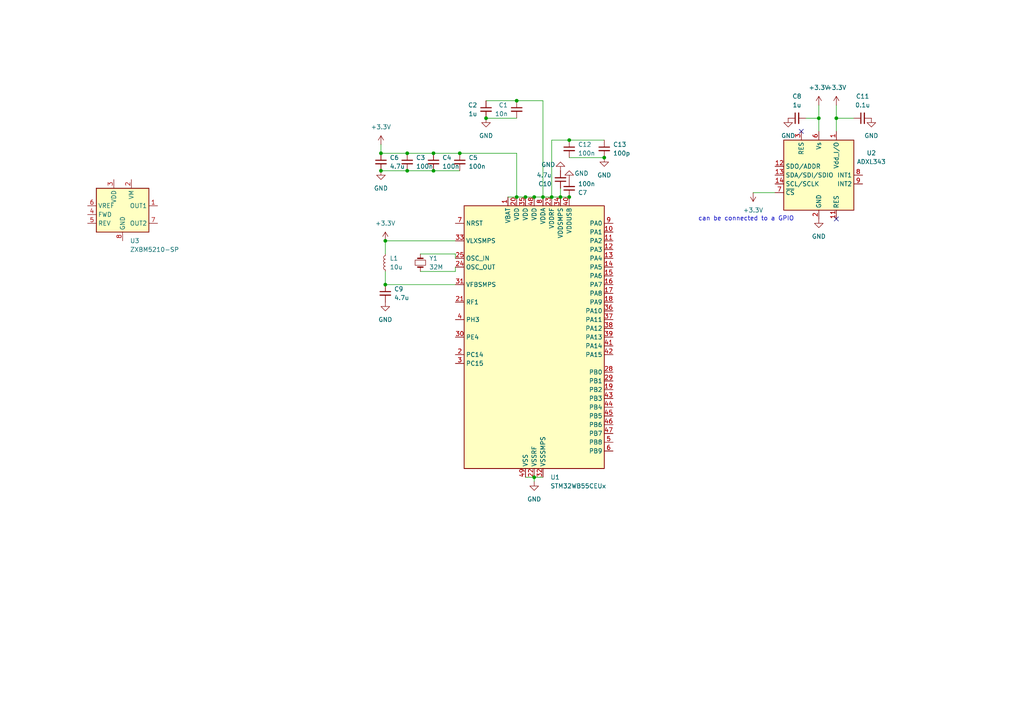
<source format=kicad_sch>
(kicad_sch (version 20250114) (generator "eeschema") (generator_version "9.0")
  (paper "A4")
  (lib_symbols
    (symbol "Device:C_Small" (pin_numbers (hide yes)) (pin_names (offset 0.254) (hide yes))
      (property "Reference" "C" (at 0.254 1.778 0))
      (property "Value" "C_Small" (at 0.254 -2.032 0))
      (symbol "C_Small_0_1"
        (polyline (pts (xy -1.524 0.508) (xy 1.524 0.508)) (stroke (width 0.3048)))
        (polyline (pts (xy -1.524 -0.508) (xy 1.524 -0.508)) (stroke (width 0.3302)))
      )
      (symbol "C_Small_1_1"
        (pin passive line (at 0 2.54 270) (length 2.032) (name "~") (number "1"))
        (pin passive line (at 0 -2.54 90) (length 2.032) (name "~") (number "2"))
      )
    )
    (symbol "Device:Crystal_Small" (pin_numbers (hide yes)) (pin_names (offset 1.016) (hide yes))
      (property "Reference" "Y" (at 0 2.54 0))
      (property "Value" "Crystal_Small" (at 0 -2.54 0))
      (symbol "Crystal_Small_0_1"
        (polyline (pts (xy -1.27 -0.762) (xy -1.27 0.762)) (stroke (width 0.381)))
        (rectangle (start -0.762 -1.524) (end 0.762 1.524))
        (polyline (pts (xy 1.27 -0.762) (xy 1.27 0.762)) (stroke (width 0.381)))
      )
      (symbol "Crystal_Small_1_1"
        (pin passive line (at -2.54 0 0) (length 1.27) (name "1") (number "1"))
        (pin passive line (at 2.54 0 180) (length 1.27) (name "2") (number "2"))
      )
    )
    (symbol "Device:L_Small" (pin_numbers (hide yes)) (pin_names (offset 0.254) (hide yes))
      (property "Reference" "L" (at 0.762 1.016 0))
      (property "Value" "L_Small" (at 0.762 -1.016 0))
      (symbol "L_Small_0_1"
        (arc (start 0 2.032) (mid 0.5058 1.524) (end 0 1.016))
        (arc (start 0 1.016) (mid 0.5058 0.508) (end 0 0))
        (arc (start 0 0) (mid 0.5058 -0.508) (end 0 -1.016))
        (arc (start 0 -1.016) (mid 0.5058 -1.524) (end 0 -2.032))
      )
      (symbol "L_Small_1_1"
        (pin passive line (at 0 2.54 270) (length 0.508) (name "~") (number "1"))
        (pin passive line (at 0 -2.54 90) (length 0.508) (name "~") (number "2"))
      )
    )
    (symbol "Driver_Motor:ZXBM5210-SP"
      (property "Reference" "U" (at -7.62 8.89 0))
      (property "Value" "ZXBM5210-SP" (at 10.16 8.89 0))
      (symbol "ZXBM5210-SP_0_0"
        (pin input line (at -10.16 2.54 0) (length 2.54) (name "VREF") (number "6"))
        (pin input line (at -10.16 0 0) (length 2.54) (name "FWD") (number "4"))
        (pin input line (at -10.16 -2.54 0) (length 2.54) (name "REV") (number "5"))
        (pin power_in line (at -2.54 10.16 270) (length 2.54) (name "VDD") (number "3"))
        (pin power_in line (at 0 -7.62 90) (length 2.54) (name "GND") (number "8"))
        (pin passive line (at 0 -7.62 90) (length 2.54) (hide yes) (name "GND") (number "9"))
        (pin power_in line (at 2.54 10.16 270) (length 2.54) (name "VM") (number "2"))
        (pin output line (at 10.16 2.54 180) (length 2.54) (name "OUT1") (number "1"))
        (pin output line (at 10.16 -2.54 180) (length 2.54) (name "OUT2") (number "7"))
      )
      (symbol "ZXBM5210-SP_0_1"
        (rectangle (start -7.62 7.62) (end 7.62 -5.08) (stroke (width 0.254)) (fill (type background)))
      )
    )
    (symbol "MCU_ST_STM32WB:STM32WB55CEUx"
      (property "Reference" "U" (at -20.32 39.37 0))
      (property "Value" "STM32WB55CEUx" (at 12.7 39.37 0))
      (symbol "STM32WB55CEUx_0_1"
        (rectangle (start -20.32 -38.1) (end 20.32 38.1) (stroke (width 0.254)) (fill (type background)))
      )
      (symbol "STM32WB55CEUx_1_1"
        (pin input line (at -22.86 33.02 0) (length 2.54) (name "NRST") (number "7"))
        (pin power_in line (at -22.86 27.94 0) (length 2.54) (name "VLXSMPS") (number "33"))
        (pin input line (at -22.86 22.86 0) (length 2.54) (name "OSC_IN") (number "25"))
        (pin input line (at -22.86 20.32 0) (length 2.54) (name "OSC_OUT") (number "24"))
        (pin input line (at -22.86 15.24 0) (length 2.54) (name "VFBSMPS") (number "31"))
        (pin bidirectional line (at -22.86 10.16 0) (length 2.54) (name "RF1") (number "21"))
        (pin bidirectional line (at -22.86 5.08 0) (length 2.54) (name "PH3") (number "4"))
        (pin bidirectional line (at -22.86 0 0) (length 2.54) (name "PE4") (number "30"))
        (pin bidirectional line (at -22.86 -5.08 0) (length 2.54) (name "PC14") (number "2"))
        (pin bidirectional line (at -22.86 -7.62 0) (length 2.54) (name "PC15") (number "3"))
        (pin no_connect line (at -20.32 -35.56 0) (length 2.54) (hide yes) (name "AT1") (number "27"))
        (pin no_connect line (at -20.32 -38.1 0) (length 2.54) (hide yes) (name "AT0") (number "26"))
        (pin power_in line (at -7.62 40.64 270) (length 2.54) (name "VBAT") (number "1"))
        (pin power_in line (at -5.08 40.64 270) (length 2.54) (name "VDD") (number "20"))
        (pin power_in line (at -2.54 40.64 270) (length 2.54) (name "VDD") (number "35"))
        (pin power_in line (at -2.54 -40.64 90) (length 2.54) (name "VSS") (number "49"))
        (pin power_in line (at 0 40.64 270) (length 2.54) (name "VDD") (number "48"))
        (pin power_in line (at 0 -40.64 90) (length 2.54) (name "VSSRF") (number "22"))
        (pin power_in line (at 2.54 40.64 270) (length 2.54) (name "VDDA") (number "8"))
        (pin power_in line (at 2.54 -40.64 90) (length 2.54) (name "VSSSMPS") (number "32"))
        (pin power_in line (at 5.08 40.64 270) (length 2.54) (name "VDDRF") (number "23"))
        (pin power_in line (at 7.62 40.64 270) (length 2.54) (name "VDDSMPS") (number "34"))
        (pin power_in line (at 10.16 40.64 270) (length 2.54) (name "VDDUSB") (number "40"))
        (pin bidirectional line (at 22.86 33.02 180) (length 2.54) (name "PA0") (number "9"))
        (pin bidirectional line (at 22.86 30.48 180) (length 2.54) (name "PA1") (number "10"))
        (pin bidirectional line (at 22.86 27.94 180) (length 2.54) (name "PA2") (number "11"))
        (pin bidirectional line (at 22.86 25.4 180) (length 2.54) (name "PA3") (number "12"))
        (pin bidirectional line (at 22.86 22.86 180) (length 2.54) (name "PA4") (number "13"))
        (pin bidirectional line (at 22.86 20.32 180) (length 2.54) (name "PA5") (number "14"))
        (pin bidirectional line (at 22.86 17.78 180) (length 2.54) (name "PA6") (number "15"))
        (pin bidirectional line (at 22.86 15.24 180) (length 2.54) (name "PA7") (number "16"))
        (pin bidirectional line (at 22.86 12.7 180) (length 2.54) (name "PA8") (number "17"))
        (pin bidirectional line (at 22.86 10.16 180) (length 2.54) (name "PA9") (number "18"))
        (pin bidirectional line (at 22.86 7.62 180) (length 2.54) (name "PA10") (number "36"))
        (pin bidirectional line (at 22.86 5.08 180) (length 2.54) (name "PA11") (number "37"))
        (pin bidirectional line (at 22.86 2.54 180) (length 2.54) (name "PA12") (number "38"))
        (pin bidirectional line (at 22.86 0 180) (length 2.54) (name "PA13") (number "39"))
        (pin bidirectional line (at 22.86 -2.54 180) (length 2.54) (name "PA14") (number "41"))
        (pin bidirectional line (at 22.86 -5.08 180) (length 2.54) (name "PA15") (number "42"))
        (pin bidirectional line (at 22.86 -10.16 180) (length 2.54) (name "PB0") (number "28"))
        (pin bidirectional line (at 22.86 -12.7 180) (length 2.54) (name "PB1") (number "29"))
        (pin bidirectional line (at 22.86 -15.24 180) (length 2.54) (name "PB2") (number "19"))
        (pin bidirectional line (at 22.86 -17.78 180) (length 2.54) (name "PB3") (number "43"))
        (pin bidirectional line (at 22.86 -20.32 180) (length 2.54) (name "PB4") (number "44"))
        (pin bidirectional line (at 22.86 -22.86 180) (length 2.54) (name "PB5") (number "45"))
        (pin bidirectional line (at 22.86 -25.4 180) (length 2.54) (name "PB6") (number "46"))
        (pin bidirectional line (at 22.86 -27.94 180) (length 2.54) (name "PB7") (number "47"))
        (pin bidirectional line (at 22.86 -30.48 180) (length 2.54) (name "PB8") (number "5"))
        (pin bidirectional line (at 22.86 -33.02 180) (length 2.54) (name "PB9") (number "6"))
      )
    )
    (symbol "Sensor_Motion:ADXL343"
      (property "Reference" "U" (at -8.89 11.43 0))
      (property "Value" "ADXL343" (at -7.62 -11.43 0))
      (symbol "ADXL343_0_1"
        (rectangle (start -10.16 10.16) (end 10.16 -10.16) (stroke (width 0.254)) (fill (type background)))
      )
      (symbol "ADXL343_1_1"
        (pin bidirectional line (at -12.7 2.54 0) (length 2.54) (name "SDO/ADDR") (number "12"))
        (pin bidirectional line (at -12.7 0 0) (length 2.54) (name "SDA/SDI/SDIO") (number "13"))
        (pin input line (at -12.7 -2.54 0) (length 2.54) (name "SCL/SCLK") (number "14"))
        (pin input line (at -12.7 -5.08 0) (length 2.54) (name "~{CS}") (number "7"))
        (pin passive line (at -5.08 12.7 270) (length 2.54) (name "RES") (number "3"))
        (pin no_connect line (at -5.08 -10.16 90) (length 2.54) (hide yes) (name "NC") (number "10"))
        (pin power_in line (at 0 12.7 270) (length 2.54) (name "Vs") (number "6"))
        (pin power_in line (at 0 -12.7 90) (length 2.54) (name "GND") (number "2"))
        (pin passive line (at 0 -12.7 90) (length 2.54) (hide yes) (name "GND") (number "4"))
        (pin passive line (at 0 -12.7 90) (length 2.54) (hide yes) (name "GND") (number "5"))
        (pin power_in line (at 5.08 12.7 270) (length 2.54) (name "Vdd_I/O") (number "1"))
        (pin passive line (at 5.08 -12.7 90) (length 2.54) (name "RES") (number "11"))
        (pin output line (at 12.7 0 180) (length 2.54) (name "INT1") (number "8"))
        (pin output line (at 12.7 -2.54 180) (length 2.54) (name "INT2") (number "9"))
      )
    )
    (symbol "power:+3.3V" (power) (pin_numbers (hide yes)) (pin_names (offset 0) (hide yes))
      (property "Value" "+3.3V" (at 0 3.556 0))
      (symbol "+3.3V_0_1"
        (polyline (pts (xy -0.762 1.27) (xy 0 2.54)))
        (polyline (pts (xy 0 2.54) (xy 0.762 1.27)))
        (polyline (pts (xy 0 0) (xy 0 2.54)))
      )
      (symbol "+3.3V_1_1"
        (pin power_in line (at 0 0 90) (length 0) (name "~") (number "1"))
      )
    )
    (symbol "power:GND" (power) (pin_numbers (hide yes)) (pin_names (offset 0) (hide yes))
      (property "Value" "GND" (at 0 -3.81 0))
      (symbol "GND_0_1"
        (polyline (pts (xy 0 0) (xy 0 -1.27) (xy 1.27 -1.27) (xy 0 -2.54) (xy -1.27 -1.27) (xy 0 -1.27)))
      )
      (symbol "GND_1_1"
        (pin power_in line (at 0 0 270) (length 0) (name "~") (number "1"))
      )
    )
  )
  (text "can be connected to a GPIO\n" (at 216.408 63.5 0) (effects (font (size 1.27 1.27))))
  (junction (at 237.49 34.29))
  (junction (at 157.48 57.15))
  (junction (at 149.86 29.21))
  (junction (at 140.97 34.29))
  (junction (at 165.1 57.15))
  (junction (at 110.49 44.45))
  (junction (at 242.57 34.29))
  (junction (at 154.94 138.43))
  (junction (at 118.11 44.45))
  (junction (at 165.1 40.64))
  (junction (at 175.26 45.72))
  (junction (at 160.02 57.15))
  (junction (at 118.11 49.53))
  (junction (at 125.73 49.53))
  (junction (at 111.76 82.55))
  (junction (at 162.56 57.15))
  (junction (at 110.49 49.53))
  (junction (at 125.73 44.45))
  (junction (at 154.94 57.15))
  (junction (at 111.76 69.85))
  (junction (at 133.35 44.45))
  (junction (at 152.4 57.15))
  (junction (at 149.86 57.15))
  (no_connect (at 242.57 63.5))
  (no_connect (at 232.41 38.1))
  (wire (pts (xy 149.86 29.21) (xy 140.97 29.21)))
  (wire (pts (xy 132.08 74.93) (xy 132.08 73.66)))
  (wire (pts (xy 165.1 45.72) (xy 175.26 45.72)))
  (wire (pts (xy 121.92 78.74) (xy 132.08 78.74)))
  (wire (pts (xy 152.4 138.43) (xy 154.94 138.43)))
  (wire (pts (xy 125.73 44.45) (xy 133.35 44.45)))
  (wire (pts (xy 110.49 41.91) (xy 110.49 44.45)))
  (wire (pts (xy 242.57 34.29) (xy 242.57 38.1)))
  (wire (pts (xy 125.73 49.53) (xy 133.35 49.53)))
  (wire (pts (xy 157.48 29.21) (xy 149.86 29.21)))
  (wire (pts (xy 160.02 57.15) (xy 162.56 57.15)))
  (wire (pts (xy 121.92 73.66) (xy 132.08 73.66)))
  (wire (pts (xy 149.86 34.29) (xy 140.97 34.29)))
  (wire (pts (xy 149.86 44.45) (xy 133.35 44.45)))
  (wire (pts (xy 160.02 40.64) (xy 160.02 57.15)))
  (wire (pts (xy 162.56 54.61) (xy 162.56 57.15)))
  (wire (pts (xy 149.86 57.15) (xy 149.86 44.45)))
  (wire (pts (xy 165.1 40.64) (xy 175.26 40.64)))
  (wire (pts (xy 218.44 55.88) (xy 224.79 55.88)))
  (wire (pts (xy 162.56 57.15) (xy 165.1 57.15)))
  (wire (pts (xy 152.4 57.15) (xy 154.94 57.15)))
  (wire (pts (xy 118.11 44.45) (xy 125.73 44.45)))
  (wire (pts (xy 111.76 78.74) (xy 111.76 82.55)))
  (wire (pts (xy 154.94 139.7) (xy 154.94 138.43)))
  (wire (pts (xy 237.49 30.48) (xy 237.49 34.29)))
  (wire (pts (xy 233.68 34.29) (xy 237.49 34.29)))
  (wire (pts (xy 237.49 34.29) (xy 237.49 38.1)))
  (wire (pts (xy 118.11 49.53) (xy 125.73 49.53)))
  (wire (pts (xy 147.32 57.15) (xy 149.86 57.15)))
  (wire (pts (xy 242.57 30.48) (xy 242.57 34.29)))
  (wire (pts (xy 111.76 69.85) (xy 132.08 69.85)))
  (wire (pts (xy 160.02 40.64) (xy 165.1 40.64)))
  (wire (pts (xy 132.08 77.47) (xy 132.08 78.74)))
  (wire (pts (xy 154.94 138.43) (xy 157.48 138.43)))
  (wire (pts (xy 157.48 57.15) (xy 160.02 57.15)))
  (wire (pts (xy 154.94 57.15) (xy 157.48 57.15)))
  (wire (pts (xy 111.76 82.55) (xy 132.08 82.55)))
  (wire (pts (xy 110.49 44.45) (xy 118.11 44.45)))
  (wire (pts (xy 242.57 34.29) (xy 247.65 34.29)))
  (wire (pts (xy 110.49 49.53) (xy 118.11 49.53)))
  (wire (pts (xy 111.76 69.85) (xy 111.76 73.66)))
  (wire (pts (xy 149.86 57.15) (xy 152.4 57.15)))
  (wire (pts (xy 157.48 29.21) (xy 157.48 57.15)))
  (symbol (lib_id "Device:C_Small") (at 118.11 46.99 0) (unit 1)
    (property "Reference" "C3" (at 120.65 45.7262 0) (effects (justify left)))
    (property "Value" "100n" (at 120.65 48.2662 0) (effects (justify left)))
    (property "Description" "Unpolarized capacitor, small symbol" (effects (hide yes)))
  )
  (symbol (lib_id "power:GND") (at 162.56 49.53 180) (unit 1)
    (property "Reference" "#PWR08" (effects (hide yes)))
    (property "Value" "GND" (at 159.004 47.752 0))
    (property "Description" "Power symbol creates a global label with name \"GND\" , ground" (effects (hide yes)))
  )
  (symbol (lib_id "Device:C_Small") (at 165.1 54.61 0) (mirror x) (unit 1)
    (property "Reference" "C7" (at 167.64 55.8738 0) (effects (justify left)))
    (property "Value" "100n" (at 167.64 53.3338 0) (effects (justify left)))
    (property "Description" "Unpolarized capacitor, small symbol" (effects (hide yes)))
  )
  (symbol (lib_id "Device:L_Small") (at 111.76 76.2 180) (unit 1)
    (property "Reference" "L1" (at 113.03 74.9299 0) (effects (justify right)))
    (property "Value" "10u" (at 113.03 77.4699 0) (effects (justify right)))
    (property "Description" "Inductor, small symbol" (effects (hide yes)))
  )
  (symbol (lib_id "Device:C_Small") (at 125.73 46.99 0) (unit 1)
    (property "Reference" "C4" (at 128.27 45.7262 0) (effects (justify left)))
    (property "Value" "100n" (at 128.27 48.2662 0) (effects (justify left)))
    (property "Description" "Unpolarized capacitor, small symbol" (effects (hide yes)))
  )
  (symbol (lib_id "Device:C_Small") (at 162.56 52.07 180) (unit 1)
    (property "Reference" "C10" (at 160.02 53.3338 0) (effects (justify left)))
    (property "Value" "4.7u" (at 160.02 50.7938 0) (effects (justify left)))
    (property "Description" "Unpolarized capacitor, small symbol" (effects (hide yes)))
  )
  (symbol (lib_id "MCU_ST_STM32WB:STM32WB55CEUx") (at 154.94 97.79 0) (unit 1)
    (property "Reference" "U1" (at 159.6233 138.43 0) (effects (justify left)))
    (property "Value" "STM32WB55CEUx" (at 159.6233 140.97 0) (effects (justify left)))
    (property "Footprint" "Package_DFN_QFN:QFN-48-1EP_7x7mm_P0.5mm_EP5.6x5.6mm" (effects (hide yes)))
    (property "Datasheet" "https://www.st.com/resource/en/datasheet/stm32wb55ce.pdf" (effects (hide yes)))
    (property "Description" "STMicroelectronics Arm Cortex-M4 MCU, 512KB flash, 256KB RAM, 64 MHz, 1.71-3.6V, 30 GPIO, UFQFPN48" (effects (hide yes)))
  )
  (symbol (lib_id "power:+3.3V") (at 111.76 69.85 0) (unit 1)
    (property "Reference" "#PWR09" (effects (hide yes)))
    (property "Value" "+3.3V" (at 111.76 64.77 0))
    (property "Description" "Power symbol creates a global label with name \"+3.3V\"" (effects (hide yes)))
  )
  (symbol (lib_id "Device:C_Small") (at 149.86 31.75 0) (mirror y) (unit 1)
    (property "Reference" "C1" (at 147.32 30.4862 0) (effects (justify left)))
    (property "Value" "10n" (at 147.32 33.0262 0) (effects (justify left)))
    (property "Description" "Unpolarized capacitor, small symbol" (effects (hide yes)))
  )
  (symbol (lib_id "Driver_Motor:ZXBM5210-SP") (at 35.56 62.23 0) (unit 1)
    (property "Reference" "U3" (at 37.7033 69.85 0) (effects (justify left)))
    (property "Value" "ZXBM5210-SP" (at 37.7033 72.39 0) (effects (justify left)))
    (property "Footprint" "Package_SO:Diodes_SO-8EP" (effects (hide yes)))
    (property "Datasheet" "https://www.diodes.com/assets/Datasheets/ZXBM5210.pdf" (effects (hide yes)))
    (property "Description" "Reversible DC motor drive with speed control, 3-18V, 0.85A, SOIC-8EP" (effects (hide yes)))
  )
  (symbol (lib_id "power:GND") (at 111.76 87.63 0) (unit 1)
    (property "Reference" "#PWR06" (effects (hide yes)))
    (property "Value" "GND" (at 111.76 92.71 0))
    (property "Description" "Power symbol creates a global label with name \"GND\" , ground" (effects (hide yes)))
  )
  (symbol (lib_id "power:GND") (at 252.73 34.29 0) (unit 1)
    (property "Reference" "#PWR013" (effects (hide yes)))
    (property "Value" "GND" (at 252.73 39.37 0))
    (property "Description" "Power symbol creates a global label with name \"GND\" , ground" (effects (hide yes)))
  )
  (symbol (lib_id "Device:C_Small") (at 110.49 46.99 0) (unit 1)
    (property "Reference" "C6" (at 113.03 45.7262 0) (effects (justify left)))
    (property "Value" "4.7u" (at 113.03 48.2662 0) (effects (justify left)))
    (property "Description" "Unpolarized capacitor, small symbol" (effects (hide yes)))
  )
  (symbol (lib_id "power:GND") (at 228.6 34.29 0) (unit 1)
    (property "Reference" "#PWR012" (effects (hide yes)))
    (property "Value" "GND" (at 228.6 39.37 0))
    (property "Description" "Power symbol creates a global label with name \"GND\" , ground" (effects (hide yes)))
  )
  (symbol (lib_id "Device:C_Small") (at 250.19 34.29 90) (mirror x) (unit 1)
    (property "Reference" "C11" (at 250.1963 27.94 90))
    (property "Value" "0.1u" (at 250.1963 30.48 90))
    (property "Description" "Unpolarized capacitor, small symbol" (effects (hide yes)))
  )
  (symbol (lib_id "power:GND") (at 110.49 49.53 0) (unit 1)
    (property "Reference" "#PWR03" (effects (hide yes)))
    (property "Value" "GND" (at 110.49 54.61 0))
    (property "Description" "Power symbol creates a global label with name \"GND\" , ground" (effects (hide yes)))
  )
  (symbol (lib_id "power:GND") (at 237.49 63.5 0) (unit 1)
    (property "Reference" "#PWR010" (effects (hide yes)))
    (property "Value" "GND" (at 237.49 68.58 0))
    (property "Description" "Power symbol creates a global label with name \"GND\" , ground" (effects (hide yes)))
  )
  (symbol (lib_id "Device:C_Small") (at 231.14 34.29 90) (mirror x) (unit 1)
    (property "Reference" "C8" (at 231.1463 27.94 90))
    (property "Value" "1u" (at 231.1463 30.48 90))
    (property "Description" "Unpolarized capacitor, small symbol" (effects (hide yes)))
  )
  (symbol (lib_id "power:GND") (at 154.94 139.7 0) (unit 1)
    (property "Reference" "#PWR07" (effects (hide yes)))
    (property "Value" "GND" (at 154.94 144.78 0))
    (property "Description" "Power symbol creates a global label with name \"GND\" , ground" (effects (hide yes)))
  )
  (symbol (lib_id "Sensor_Motion:ADXL343") (at 237.49 50.8 0) (unit 1)
    (property "Reference" "U2" (at 252.73 44.3798 0))
    (property "Value" "ADXL343" (at 252.73 46.9198 0))
    (property "Footprint" "Package_LGA:LGA-14_3x5mm_P0.8mm_LayoutBorder1x6y" (effects (hide yes)))
    (property "Datasheet" "https://www.analog.com/media/en/technical-documentation/data-sheets/ADXL343.pdf" (effects (hide yes)))
    (property "Description" "3-Axis MEMS Accelerometer, 2/4/8/16g range, I2C/SPI, LGA-14" (effects (hide yes)))
  )
  (symbol (lib_id "Device:C_Small") (at 111.76 85.09 0) (unit 1)
    (property "Reference" "C9" (at 114.3 83.8262 0) (effects (justify left)))
    (property "Value" "4.7u" (at 114.3 86.3662 0) (effects (justify left)))
    (property "Description" "Unpolarized capacitor, small symbol" (effects (hide yes)))
  )
  (symbol (lib_id "power:+3.3V") (at 237.49 30.48 0) (unit 1)
    (property "Reference" "#PWR011" (effects (hide yes)))
    (property "Value" "+3.3V" (at 237.49 25.4 0))
    (property "Description" "Power symbol creates a global label with name \"+3.3V\"" (effects (hide yes)))
  )
  (symbol (lib_id "power:+3.3V") (at 110.49 41.91 0) (unit 1)
    (property "Reference" "#PWR01" (effects (hide yes)))
    (property "Value" "+3.3V" (at 110.49 36.83 0))
    (property "Description" "Power symbol creates a global label with name \"+3.3V\"" (effects (hide yes)))
  )
  (symbol (lib_id "power:+3.3V") (at 242.57 30.48 0) (unit 1)
    (property "Reference" "#PWR014" (effects (hide yes)))
    (property "Value" "+3.3V" (at 242.57 25.4 0))
    (property "Description" "Power symbol creates a global label with name \"+3.3V\"" (effects (hide yes)))
  )
  (symbol (lib_id "power:+3.3V") (at 218.44 55.88 180) (unit 1)
    (property "Reference" "#PWR015" (effects (hide yes)))
    (property "Value" "+3.3V" (at 218.44 60.96 0))
    (property "Description" "Power symbol creates a global label with name \"+3.3V\"" (effects (hide yes)))
  )
  (symbol (lib_id "power:GND") (at 175.26 45.72 0) (unit 1)
    (property "Reference" "#PWR05" (effects (hide yes)))
    (property "Value" "GND" (at 175.26 50.8 0))
    (property "Description" "Power symbol creates a global label with name \"GND\" , ground" (effects (hide yes)))
  )
  (symbol (lib_id "power:GND") (at 165.1 52.07 0) (mirror x) (unit 1)
    (property "Reference" "#PWR04" (effects (hide yes)))
    (property "Value" "GND" (at 168.656 50.292 0))
    (property "Description" "Power symbol creates a global label with name \"GND\" , ground" (effects (hide yes)))
  )
  (symbol (lib_id "Device:C_Small") (at 133.35 46.99 0) (unit 1)
    (property "Reference" "C5" (at 135.89 45.7262 0) (effects (justify left)))
    (property "Value" "100n" (at 135.89 48.2662 0) (effects (justify left)))
    (property "Description" "Unpolarized capacitor, small symbol" (effects (hide yes)))
  )
  (symbol (lib_id "Device:C_Small") (at 140.97 31.75 0) (mirror y) (unit 1)
    (property "Reference" "C2" (at 138.43 30.4862 0) (effects (justify left)))
    (property "Value" "1u" (at 138.43 33.0262 0) (effects (justify left)))
    (property "Description" "Unpolarized capacitor, small symbol" (effects (hide yes)))
  )
  (symbol (lib_id "Device:C_Small") (at 165.1 43.18 0) (unit 1)
    (property "Reference" "C12" (at 167.64 41.9162 0) (effects (justify left)))
    (property "Value" "100n" (at 167.64 44.4562 0) (effects (justify left)))
    (property "Description" "Unpolarized capacitor, small symbol" (effects (hide yes)))
  )
  (symbol (lib_id "Device:C_Small") (at 175.26 43.18 0) (unit 1)
    (property "Reference" "C13" (at 177.8 41.9162 0) (effects (justify left)))
    (property "Value" "100p" (at 177.8 44.4562 0) (effects (justify left)))
    (property "Description" "Unpolarized capacitor, small symbol" (effects (hide yes)))
  )
  (symbol (lib_id "power:GND") (at 140.97 34.29 0) (mirror y) (unit 1)
    (property "Reference" "#PWR02" (effects (hide yes)))
    (property "Value" "GND" (at 140.97 39.37 0))
    (property "Description" "Power symbol creates a global label with name \"GND\" , ground" (effects (hide yes)))
  )
  (symbol (lib_id "Device:Crystal_Small") (at 121.92 76.2 270) (unit 1)
    (property "Reference" "Y1" (at 124.46 74.9299 90) (effects (justify left)))
    (property "Value" "32M" (at 124.46 77.4699 90) (effects (justify left)))
    (property "Description" "Two pin crystal, small symbol" (effects (hide yes)))
  )
)
</source>
